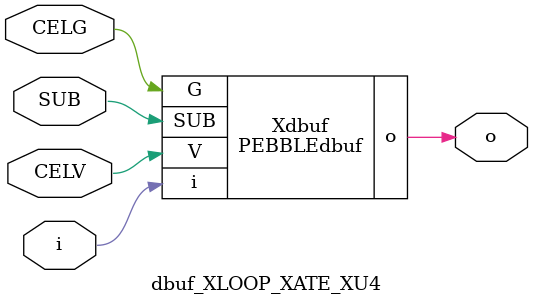
<source format=v>



module PEBBLEdbuf ( o, G, SUB, V, i );

  input V;
  input i;
  input G;
  output o;
  input SUB;
endmodule

//Celera Confidential Do Not Copy dbuf_XLOOP_XATE_XU4
//Celera Confidential Symbol Generator
//Digital Buffer
module dbuf_XLOOP_XATE_XU4 (CELV,CELG,i,o,SUB);
input CELV;
input CELG;
input i;
input SUB;
output o;

//Celera Confidential Do Not Copy dbuf
PEBBLEdbuf Xdbuf(
.V (CELV),
.i (i),
.o (o),
.SUB (SUB),
.G (CELG)
);
//,diesize,PEBBLEdbuf

//Celera Confidential Do Not Copy Module End
//Celera Schematic Generator
endmodule

</source>
